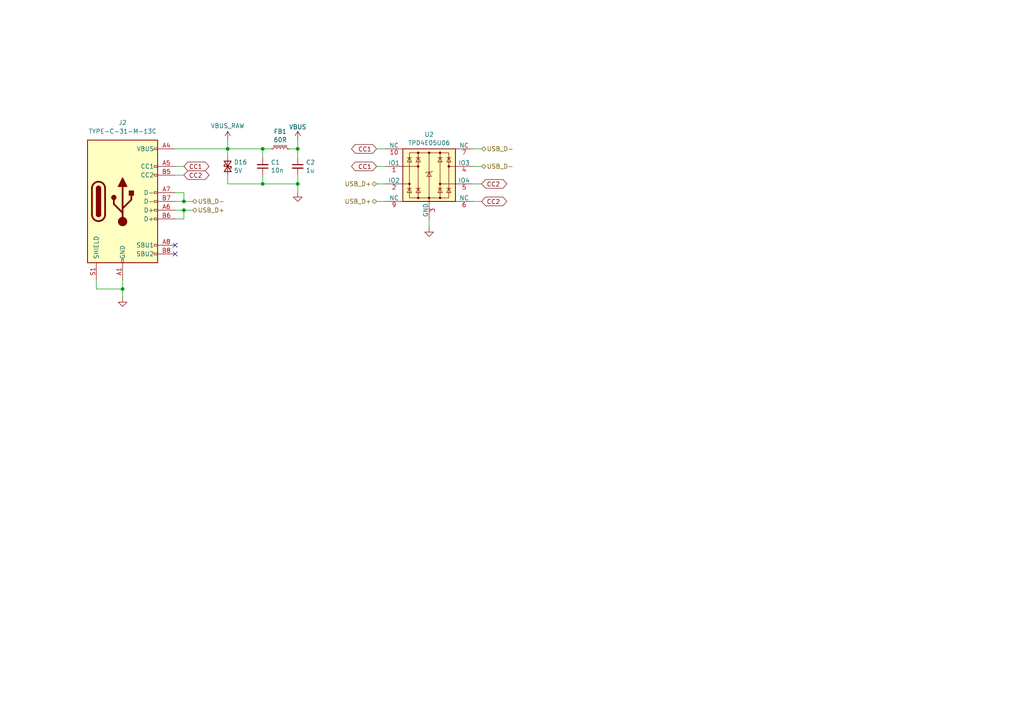
<source format=kicad_sch>
(kicad_sch (version 20230121) (generator eeschema)
  (paper "A4")
  (title_block (title "CantaloupeLP split ergonomic keyboard") (date "2024-10-16") (rev "V1.0") (company "Created by Ariamelon (https://github.com/Ariamelon/Cantaloupe/)") (comment 1 "Follows the VIK standard by Sadek Baroudi (https://github.com/sadekbaroudi/VIK)") (comment 2 "All capacitors 50V unless otherwise specified."))
  (lib_symbols
    (symbol "Ariamelon-Device:D_TVS_Small" (pin_numbers hide) (pin_names (offset 0.254) hide)
      (property "Reference" "D" (at -0.508 2.032 0))
      (property "Value" "D_TVS_Small" (at -7.112 -2.032 0))
      (symbol "D_TVS_Small_0_1"
        (polyline (pts (xy -1.524 0) (xy 0 0)))
        (polyline (pts (xy 0 0) (xy 1.524 0)))
        (polyline (pts (xy -1.524 1.016) (xy 0 0) (xy -1.524 -1.016) (xy -1.524 1.016)) (stroke (width 0.254)))
        (polyline (pts (xy 1.524 -1.016) (xy 0 0) (xy 1.524 1.016) (xy 1.524 -1.016)) (stroke (width 0.254)))
        (polyline (pts (xy -0.508 0.762) (xy -0.508 1.016) (xy 0 1.016) (xy 0 -1.016) (xy 0.508 -1.016) (xy 0.508 -0.762)) (stroke (width 0.254)))
      )
      (symbol "D_TVS_Small_1_1"
        (pin passive line (at -2.54 0 0) (length 1.778) (name "K") (number "1"))
        (pin passive line (at 2.54 0 180) (length 1.778) (name "A") (number "2"))
      )
    )
    (symbol "Ariamelon-IC:TPD4E05U06" (pin_names (offset 0))
      (property "Reference" "U8" (at 0 12.7 0))
      (property "Value" "TPD4E05U06" (at 0 10.16 0))
      (symbol "TPD4E05U06_0_0"
        (rectangle (start -5.715 6.477) (end 5.715 -6.604))
        (polyline (pts (xy -3.175 -6.604) (xy -3.175 6.477)))
        (polyline (pts (xy 0 6.477) (xy 0 -6.604)))
        (polyline (pts (xy 3.175 6.477) (xy 3.175 -6.604)))
      )
      (symbol "TPD4E05U06_0_1"
        (rectangle (start -7.62 7.62) (end 7.62 -7.62) (stroke (width 0.254)) (fill (type background)))
        (circle (center -5.715 -2.54) (radius 0.2794) (fill (type outline)))
        (circle (center -3.175 -6.604) (radius 0.2794) (fill (type outline)))
        (circle (center -3.175 2.54) (radius 0.2794) (fill (type outline)))
        (circle (center -3.175 6.477) (radius 0.2794) (fill (type outline)))
        (polyline (pts (xy -7.747 2.54) (xy -3.175 2.54)))
        (polyline (pts (xy -7.62 -2.54) (xy -5.715 -2.54)))
        (polyline (pts (xy -5.08 -3.81) (xy -6.35 -3.81)))
        (polyline (pts (xy -5.08 5.08) (xy -6.35 5.08)))
        (polyline (pts (xy -2.54 -3.81) (xy -3.81 -3.81)))
        (polyline (pts (xy -2.54 5.08) (xy -3.81 5.08)))
        (polyline (pts (xy -0.635 0.889) (xy -1.016 0.635)))
        (polyline (pts (xy 0 -6.604) (xy 0 -7.62)))
        (polyline (pts (xy 0.635 0.889) (xy -0.635 0.889)))
        (polyline (pts (xy 0.635 0.889) (xy 1.016 1.143)))
        (polyline (pts (xy 3.81 -3.81) (xy 2.54 -3.81)))
        (polyline (pts (xy 3.81 5.08) (xy 2.54 5.08)))
        (polyline (pts (xy 6.35 -3.81) (xy 5.08 -3.81)))
        (polyline (pts (xy 6.35 5.08) (xy 5.08 5.08)))
        (polyline (pts (xy 7.62 -2.54) (xy 3.175 -2.54)))
        (polyline (pts (xy 7.62 2.54) (xy 5.715 2.54)))
        (polyline (pts (xy -5.08 -5.08) (xy -6.35 -5.08) (xy -5.715 -3.81) (xy -5.08 -5.08)))
        (polyline (pts (xy -5.08 3.81) (xy -6.35 3.81) (xy -5.715 5.08) (xy -5.08 3.81)))
        (polyline (pts (xy -2.54 -5.08) (xy -3.81 -5.08) (xy -3.175 -3.81) (xy -2.54 -5.08)))
        (polyline (pts (xy -2.54 3.81) (xy -3.81 3.81) (xy -3.175 5.08) (xy -2.54 3.81)))
        (polyline (pts (xy 0.635 -0.381) (xy -0.635 -0.381) (xy 0 0.889) (xy 0.635 -0.381)))
        (polyline (pts (xy 3.81 -5.08) (xy 2.54 -5.08) (xy 3.175 -3.81) (xy 3.81 -5.08)))
        (polyline (pts (xy 3.81 3.81) (xy 2.54 3.81) (xy 3.175 5.08) (xy 3.81 3.81)))
        (polyline (pts (xy 6.35 -5.08) (xy 5.08 -5.08) (xy 5.715 -3.81) (xy 6.35 -5.08)))
        (polyline (pts (xy 6.35 3.81) (xy 5.08 3.81) (xy 5.715 5.08) (xy 6.35 3.81)))
        (circle (center 0 6.477) (radius 0.2794) (fill (type outline)))
        (circle (center 3.175 -6.604) (radius 0.2794) (fill (type outline)))
        (circle (center 3.175 -2.54) (radius 0.2794) (fill (type outline)))
        (circle (center 3.175 6.477) (radius 0.2794) (fill (type outline)))
        (circle (center 5.715 2.54) (radius 0.2794) (fill (type outline)))
      )
      (symbol "TPD4E05U06_1_1"
        (circle (center 0 -6.604) (radius 0.2794) (fill (type outline)))
        (pin bidirectional line (at -12.7 2.54 0) (length 5.08) (name "IO1") (number "1"))
        (pin bidirectional line (at -12.7 7.62 0) (length 5.08) (name "NC") (number "10"))
        (pin bidirectional line (at -12.7 -2.54 0) (length 5.08) (name "IO2") (number "2"))
        (pin power_in line (at 0 -12.7 90) (length 5.08) (name "GND") (number "3"))
        (pin bidirectional line (at 12.7 2.54 180) (length 5.08) (name "IO3") (number "4"))
        (pin bidirectional line (at 12.7 -2.54 180) (length 5.08) (name "IO4") (number "5"))
        (pin bidirectional line (at 12.7 -7.62 180) (length 5.08) (name "NC") (number "6"))
        (pin bidirectional line (at 12.7 7.62 180) (length 5.08) (name "NC") (number "7"))
        (pin power_in line (at 0 -12.7 90) (length 5.08) hide (name "GND") (number "8"))
        (pin bidirectional line (at -12.7 -7.62 0) (length 5.08) (name "NC") (number "9"))
      )
    )
    (symbol "Ariamelon-Power:VBUS_RAW" (power) (pin_names (offset 0))
      (property "Value" "VBUS_RAW" (at 0 3.81 0))
      (symbol "VBUS_RAW_0_1"
        (polyline (pts (xy -0.762 1.27) (xy 0 2.54)))
        (polyline (pts (xy 0 0) (xy 0 2.54)))
        (polyline (pts (xy 0 2.54) (xy 0.762 1.27)))
      )
      (symbol "VBUS_RAW_1_1"
        (pin power_in line (at 0 0 90) (length 0) hide (name "VBUS_RAW") (number "1"))
      )
    )
    (symbol "Connector:USB_C_Receptacle_USB2.0_16P" (pin_names (offset 1.016))
      (property "Reference" "J" (at 0 22.225 0))
      (property "Value" "USB_C_Receptacle_USB2.0_16P" (at 0 19.685 0))
      (symbol "USB_C_Receptacle_USB2.0_16P_0_0"
        (rectangle (start -0.254 -17.78) (end 0.254 -16.764))
        (rectangle (start 10.16 -14.986) (end 9.144 -15.494))
        (rectangle (start 10.16 -12.446) (end 9.144 -12.954))
        (rectangle (start 10.16 -4.826) (end 9.144 -5.334))
        (rectangle (start 10.16 -2.286) (end 9.144 -2.794))
        (rectangle (start 10.16 0.254) (end 9.144 -0.254))
        (rectangle (start 10.16 2.794) (end 9.144 2.286))
        (rectangle (start 10.16 7.874) (end 9.144 7.366))
        (rectangle (start 10.16 10.414) (end 9.144 9.906))
        (rectangle (start 10.16 15.494) (end 9.144 14.986))
      )
      (symbol "USB_C_Receptacle_USB2.0_16P_0_1"
        (rectangle (start -10.16 17.78) (end 10.16 -17.78) (stroke (width 0.254)) (fill (type background)))
        (arc (start -8.89 -3.81) (mid -6.985 -5.7067) (end -5.08 -3.81) (stroke (width 0.508)))
        (arc (start -7.62 -3.81) (mid -6.985 -4.4423) (end -6.35 -3.81) (stroke (width 0.254)))
        (arc (start -7.62 -3.81) (mid -6.985 -4.4423) (end -6.35 -3.81) (stroke (width 0.254)) (fill (type outline)))
        (rectangle (start -7.62 -3.81) (end -6.35 3.81) (stroke (width 0.254)) (fill (type outline)))
        (arc (start -6.35 3.81) (mid -6.985 4.4423) (end -7.62 3.81) (stroke (width 0.254)))
        (arc (start -6.35 3.81) (mid -6.985 4.4423) (end -7.62 3.81) (stroke (width 0.254)) (fill (type outline)))
        (arc (start -5.08 3.81) (mid -6.985 5.7067) (end -8.89 3.81) (stroke (width 0.508)))
        (circle (center -2.54 1.143) (radius 0.635) (stroke (width 0.254)) (fill (type outline)))
        (circle (center 0 -5.842) (radius 1.27) (fill (type outline)))
        (polyline (pts (xy -8.89 -3.81) (xy -8.89 3.81)) (stroke (width 0.508)))
        (polyline (pts (xy -5.08 3.81) (xy -5.08 -3.81)) (stroke (width 0.508)))
        (polyline (pts (xy 0 -5.842) (xy 0 4.318)) (stroke (width 0.508)))
        (polyline (pts (xy 0 -3.302) (xy -2.54 -0.762) (xy -2.54 0.508)) (stroke (width 0.508)))
        (polyline (pts (xy 0 -2.032) (xy 2.54 0.508) (xy 2.54 1.778)) (stroke (width 0.508)))
        (polyline (pts (xy -1.27 4.318) (xy 0 6.858) (xy 1.27 4.318) (xy -1.27 4.318)) (stroke (width 0.254)) (fill (type outline)))
        (rectangle (start 1.905 1.778) (end 3.175 3.048) (stroke (width 0.254)) (fill (type outline)))
      )
      (symbol "USB_C_Receptacle_USB2.0_16P_1_1"
        (pin passive line (at 0 -22.86 90) (length 5.08) (name "GND") (number "A1"))
        (pin passive line (at 0 -22.86 90) (length 5.08) hide (name "GND") (number "A12"))
        (pin passive line (at 15.24 15.24 180) (length 5.08) (name "VBUS") (number "A4"))
        (pin bidirectional line (at 15.24 10.16 180) (length 5.08) (name "CC1") (number "A5"))
        (pin bidirectional line (at 15.24 -2.54 180) (length 5.08) (name "D+") (number "A6"))
        (pin bidirectional line (at 15.24 2.54 180) (length 5.08) (name "D-") (number "A7"))
        (pin bidirectional line (at 15.24 -12.7 180) (length 5.08) (name "SBU1") (number "A8"))
        (pin passive line (at 15.24 15.24 180) (length 5.08) hide (name "VBUS") (number "A9"))
        (pin passive line (at 0 -22.86 90) (length 5.08) hide (name "GND") (number "B1"))
        (pin passive line (at 0 -22.86 90) (length 5.08) hide (name "GND") (number "B12"))
        (pin passive line (at 15.24 15.24 180) (length 5.08) hide (name "VBUS") (number "B4"))
        (pin bidirectional line (at 15.24 7.62 180) (length 5.08) (name "CC2") (number "B5"))
        (pin bidirectional line (at 15.24 -5.08 180) (length 5.08) (name "D+") (number "B6"))
        (pin bidirectional line (at 15.24 0 180) (length 5.08) (name "D-") (number "B7"))
        (pin bidirectional line (at 15.24 -15.24 180) (length 5.08) (name "SBU2") (number "B8"))
        (pin passive line (at 15.24 15.24 180) (length 5.08) hide (name "VBUS") (number "B9"))
        (pin passive line (at -7.62 -22.86 90) (length 5.08) (name "SHIELD") (number "S1"))
      )
    )
    (symbol "Device:C_Small" (pin_numbers hide) (pin_names (offset 0.254) hide)
      (property "Reference" "C" (at 0.254 1.778 0))
      (property "Value" "C_Small" (at 0.254 -2.032 0))
      (symbol "C_Small_0_1"
        (polyline (pts (xy -1.524 -0.508) (xy 1.524 -0.508)) (stroke (width 0.3302)))
        (polyline (pts (xy -1.524 0.508) (xy 1.524 0.508)) (stroke (width 0.3048)))
      )
      (symbol "C_Small_1_1"
        (pin passive line (at 0 2.54 270) (length 2.032) (name "~") (number "1"))
        (pin passive line (at 0 -2.54 90) (length 2.032) (name "~") (number "2"))
      )
    )
    (symbol "Device:L_Ferrite_Small" (pin_numbers hide) (pin_names (offset 0.254) hide)
      (property "Reference" "L" (at 1.27 1.016 0))
      (property "Value" "L_Ferrite_Small" (at 1.27 -1.27 0))
      (symbol "L_Ferrite_Small_0_1"
        (arc (start 0 -2.032) (mid 0.5058 -1.524) (end 0 -1.016))
        (arc (start 0 -1.016) (mid 0.5058 -0.508) (end 0 0))
        (polyline (pts (xy 0.762 -1.905) (xy 0.762 -1.651)))
        (polyline (pts (xy 0.762 -1.397) (xy 0.762 -1.143)))
        (polyline (pts (xy 0.762 -0.889) (xy 0.762 -0.635)))
        (polyline (pts (xy 0.762 -0.381) (xy 0.762 -0.127)))
        (polyline (pts (xy 0.762 0.127) (xy 0.762 0.381)))
        (polyline (pts (xy 0.762 0.635) (xy 0.762 0.889)))
        (polyline (pts (xy 0.762 1.143) (xy 0.762 1.397)))
        (polyline (pts (xy 0.762 1.651) (xy 0.762 1.905)))
        (polyline (pts (xy 1.016 -1.651) (xy 1.016 -1.905)))
        (polyline (pts (xy 1.016 -1.143) (xy 1.016 -1.397)))
        (polyline (pts (xy 1.016 -0.635) (xy 1.016 -0.889)))
        (polyline (pts (xy 1.016 -0.127) (xy 1.016 -0.381)))
        (polyline (pts (xy 1.016 0.381) (xy 1.016 0.127)))
        (polyline (pts (xy 1.016 0.889) (xy 1.016 0.635)))
        (polyline (pts (xy 1.016 1.397) (xy 1.016 1.143)))
        (polyline (pts (xy 1.016 1.905) (xy 1.016 1.651)))
        (arc (start 0 0) (mid 0.5058 0.508) (end 0 1.016))
        (arc (start 0 1.016) (mid 0.5058 1.524) (end 0 2.032))
      )
      (symbol "L_Ferrite_Small_1_1"
        (pin passive line (at 0 2.54 270) (length 0.508) (name "~") (number "1"))
        (pin passive line (at 0 -2.54 90) (length 0.508) (name "~") (number "2"))
      )
    )
    (symbol "power:GND" (power) (pin_names (offset 0))
      (property "Value" "GND" (at 0 -3.81 0))
      (symbol "GND_0_1"
        (polyline (pts (xy 0 0) (xy 0 -1.27) (xy 1.27 -1.27) (xy 0 -2.54) (xy -1.27 -1.27) (xy 0 -1.27)))
      )
      (symbol "GND_1_1"
        (pin power_in line (at 0 0 270) (length 0) hide (name "GND") (number "1"))
      )
    )
    (symbol "power:VBUS" (power) (pin_names (offset 0))
      (property "Value" "VBUS" (at 0 3.81 0))
      (symbol "VBUS_0_1"
        (polyline (pts (xy -0.762 1.27) (xy 0 2.54)))
        (polyline (pts (xy 0 0) (xy 0 2.54)))
        (polyline (pts (xy 0 2.54) (xy 0.762 1.27)))
      )
      (symbol "VBUS_1_1"
        (pin power_in line (at 0 0 90) (length 0) hide (name "VBUS") (number "1"))
      )
    )
  )
  (junction (at 66.04 43.18))
  (junction (at 76.2 53.34))
  (junction (at 86.36 53.34))
  (junction (at 86.36 43.18))
  (junction (at 53.34 60.96))
  (junction (at 35.56 83.82))
  (junction (at 76.2 43.18))
  (junction (at 53.34 58.42))
  (no_connect (at 50.8 73.66))
  (no_connect (at 50.8 71.12))
  (wire (pts (xy 53.34 50.8) (xy 50.8 50.8)))
  (wire (pts (xy 53.34 60.96) (xy 55.88 60.96)))
  (wire (pts (xy 66.04 40.64) (xy 66.04 43.18)))
  (wire (pts (xy 86.36 50.8) (xy 86.36 53.34)))
  (wire (pts (xy 137.16 43.18) (xy 139.7 43.18)))
  (wire (pts (xy 139.7 53.34) (xy 137.16 53.34)))
  (wire (pts (xy 76.2 53.34) (xy 86.36 53.34)))
  (wire (pts (xy 53.34 58.42) (xy 55.88 58.42)))
  (wire (pts (xy 66.04 43.18) (xy 66.04 45.72)))
  (wire (pts (xy 35.56 81.28) (xy 35.56 83.82)))
  (wire (pts (xy 111.76 53.34) (xy 109.22 53.34)))
  (wire (pts (xy 76.2 45.72) (xy 76.2 43.18)))
  (wire (pts (xy 50.8 43.18) (xy 66.04 43.18)))
  (wire (pts (xy 66.04 50.8) (xy 66.04 53.34)))
  (wire (pts (xy 83.82 43.18) (xy 86.36 43.18)))
  (wire (pts (xy 50.8 60.96) (xy 53.34 60.96)))
  (wire (pts (xy 27.94 81.28) (xy 27.94 83.82)))
  (wire (pts (xy 139.7 58.42) (xy 137.16 58.42)))
  (wire (pts (xy 50.8 55.88) (xy 53.34 55.88)))
  (wire (pts (xy 86.36 43.18) (xy 86.36 45.72)))
  (wire (pts (xy 111.76 58.42) (xy 109.22 58.42)))
  (wire (pts (xy 76.2 50.8) (xy 76.2 53.34)))
  (wire (pts (xy 50.8 63.5) (xy 53.34 63.5)))
  (wire (pts (xy 53.34 55.88) (xy 53.34 58.42)))
  (wire (pts (xy 109.22 48.26) (xy 111.76 48.26)))
  (wire (pts (xy 76.2 43.18) (xy 78.74 43.18)))
  (wire (pts (xy 27.94 83.82) (xy 35.56 83.82)))
  (wire (pts (xy 124.46 63.5) (xy 124.46 66.04)))
  (wire (pts (xy 86.36 53.34) (xy 86.36 55.88)))
  (wire (pts (xy 66.04 53.34) (xy 76.2 53.34)))
  (wire (pts (xy 35.56 83.82) (xy 35.56 86.36)))
  (wire (pts (xy 50.8 58.42) (xy 53.34 58.42)))
  (wire (pts (xy 53.34 48.26) (xy 50.8 48.26)))
  (wire (pts (xy 109.22 43.18) (xy 111.76 43.18)))
  (wire (pts (xy 137.16 48.26) (xy 139.7 48.26)))
  (wire (pts (xy 86.36 40.64) (xy 86.36 43.18)))
  (wire (pts (xy 53.34 60.96) (xy 53.34 63.5)))
  (wire (pts (xy 66.04 43.18) (xy 76.2 43.18)))
  (global_label "CC2" (shape bidirectional) (at 139.7 58.42 0) (property "Intersheetrefs" "${INTERSHEET_REFS}" (effects hide)))
  (global_label "CC1" (shape bidirectional) (at 53.34 48.26 0) (property "Intersheetrefs" "${INTERSHEET_REFS}" (effects hide)))
  (global_label "CC2" (shape bidirectional) (at 139.7 53.34 0) (property "Intersheetrefs" "${INTERSHEET_REFS}" (effects hide)))
  (global_label "CC1" (shape bidirectional) (at 109.22 43.18 180) (property "Intersheetrefs" "${INTERSHEET_REFS}" (effects hide)))
  (global_label "CC2" (shape bidirectional) (at 53.34 50.8 0) (property "Intersheetrefs" "${INTERSHEET_REFS}" (effects hide)))
  (global_label "CC1" (shape bidirectional) (at 109.22 48.26 180) (property "Intersheetrefs" "${INTERSHEET_REFS}" (effects hide)))
  (hierarchical_label "USB_D-" (shape bidirectional) (at 139.7 43.18 0))
  (hierarchical_label "USB_D+" (shape bidirectional) (at 55.88 60.96 0))
  (hierarchical_label "USB_D-" (shape bidirectional) (at 55.88 58.42 0))
  (hierarchical_label "USB_D+" (shape bidirectional) (at 109.22 58.42 180))
  (hierarchical_label "USB_D+" (shape bidirectional) (at 109.22 53.34 180))
  (hierarchical_label "USB_D-" (shape bidirectional) (at 139.7 48.26 0))
  (symbol (lib_id "Ariamelon-IC:TPD4E05U06") (at 124.46 50.8 0) (unit 1)
    (property "Reference" "U2" (at 124.46 39.0357 0))
    (property "Value" "TPD4E05U06" (at 124.46 41.4599 0))
    (property "Footprint" "Ariamelon-Package:USON-10_2.5x1.0mm_P0.5mm" (effects hide))
    (property "LCSC" "C138714" (effects hide))
  )
  (symbol (lib_id "Device:L_Ferrite_Small") (at 81.28 43.18 270) (mirror x) (unit 1)
    (property "Reference" "FB1" (at 81.28 38.1467 90))
    (property "Value" "60R" (at 81.28 40.5709 90))
    (property "Footprint" "Ariamelon-Device:L_0805_2012Metric" (effects hide))
    (property "LCSC" "C18305" (effects hide))
    (property "Description" "60R@100MHz" (effects hide))
  )
  (symbol (lib_id "power:VBUS") (at 86.36 40.64 0) (unit 1)
    (property "Reference" "#PWR020" (effects hide))
    (property "Value" "VBUS" (at 86.36 36.83 0))
  )
  (symbol (lib_id "power:GND") (at 86.36 55.88 0) (unit 1)
    (property "Reference" "#PWR021" (effects hide))
    (property "Value" "GND" (effects hide))
  )
  (symbol (lib_id "power:GND") (at 124.46 66.04 0) (unit 1)
    (property "Reference" "#PWR022" (effects hide))
    (property "Value" "GND" (effects hide))
  )
  (symbol (lib_id "power:GND") (at 35.56 86.36 0) (unit 1)
    (property "Reference" "#PWR017" (effects hide))
    (property "Value" "GND" (effects hide))
  )
  (symbol (lib_id "Device:C_Small") (at 86.36 48.26 0) (unit 1)
    (property "Reference" "C2" (at 88.6968 47.0916 0) (effects (justify left)))
    (property "Value" "1u" (at 88.6968 49.403 0) (effects (justify left)))
    (property "Footprint" "Ariamelon-Device:C_0603_1608Metric" (effects hide))
    (property "Description" "0603 capacitor" (effects hide))
    (property "LCSC" "C15849" (effects hide))
    (property "Voltage" "50V" (effects hide))
    (instances (project "Casaba" (path "" (reference "C2") (unit 1))) (project "Cantaloupe" (path "" (reference "C7") (unit 1))))
  )
  (symbol (lib_id "Connector:USB_C_Receptacle_USB2.0_16P") (at 35.56 58.42 0) (unit 1)
    (property "Reference" "J2" (at 35.56 35.56 0))
    (property "Value" "TYPE-C-31-M-13C" (at 35.56 38.1 0))
    (property "Footprint" "Ariamelon-Connector:HRO_TYPE-C-31-M-13x" (effects hide))
    (property "Datasheet" "https://www.usb.org/sites/default/files/documents/usb_type-c.zip" (effects hide))
  )
  (symbol (lib_id "Ariamelon-Device:D_TVS_Small") (at 66.04 48.26 270) (mirror x) (unit 1)
    (property "Reference" "D16" (at 67.818 47.0479 90) (effects (justify left)))
    (property "Value" "5V" (at 67.818 49.4721 90) (effects (justify left)))
    (property "Footprint" "Diode_SMD:D_SOD-523" (effects hide))
    (property "LCSC" "C85708" (effects hide))
    (property "Description" "5V TVS" (effects hide))
  )
  (symbol (lib_id "Ariamelon-Power:VBUS_RAW") (at 66.04 40.64 0) (unit 1)
    (property "Reference" "#PWR018" (effects hide))
    (property "Value" "VBUS_RAW" (at 66.04 36.5069 0))
  )
  (symbol (lib_id "Device:C_Small") (at 76.2 48.26 180) (unit 1)
    (property "Reference" "C1" (at 78.5368 47.0916 0) (effects (justify right)))
    (property "Value" "10n" (at 78.5368 49.403 0) (effects (justify right)))
    (property "Footprint" "Ariamelon-Device:C_0402_1005Metric" (effects hide))
    (property "Description" "0402 capacitor" (effects hide))
    (property "LCSC" "C15195" (effects hide))
    (property "Voltage" "50V" (effects hide))
    (instances (project "Casaba" (path "" (reference "C1") (unit 1))) (project "Cantaloupe" (path "" (reference "C6") (unit 1))))
  )
)
</source>
